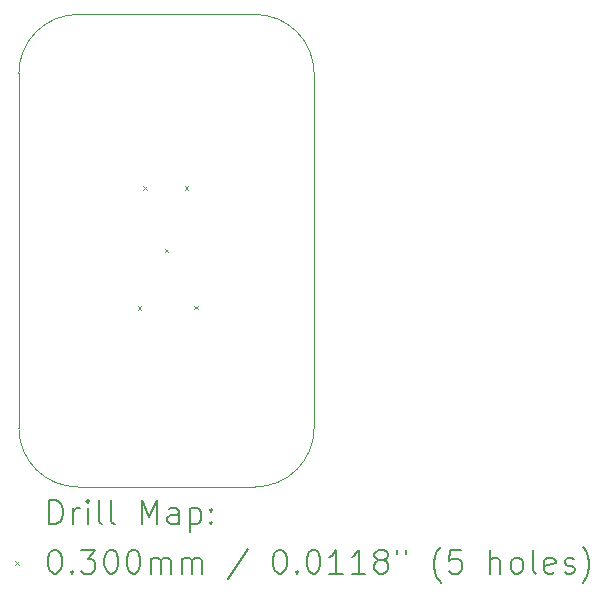
<source format=gbr>
%TF.GenerationSoftware,KiCad,Pcbnew,8.0.1*%
%TF.CreationDate,2024-10-16T00:11:02-06:00*%
%TF.ProjectId,electrode1,656c6563-7472-46f6-9465-312e6b696361,rev?*%
%TF.SameCoordinates,Original*%
%TF.FileFunction,Drillmap*%
%TF.FilePolarity,Positive*%
%FSLAX45Y45*%
G04 Gerber Fmt 4.5, Leading zero omitted, Abs format (unit mm)*
G04 Created by KiCad (PCBNEW 8.0.1) date 2024-10-16 00:11:02*
%MOMM*%
%LPD*%
G01*
G04 APERTURE LIST*
%ADD10C,0.050000*%
%ADD11C,0.200000*%
%ADD12C,0.100000*%
G04 APERTURE END LIST*
D10*
X14500000Y-8000000D02*
X14500000Y-11000000D01*
X15000000Y-11500000D02*
G75*
G02*
X14500000Y-11000000I0J500000D01*
G01*
X16500000Y-7500000D02*
G75*
G02*
X17000000Y-8000000I0J-500000D01*
G01*
X14500000Y-8000000D02*
G75*
G02*
X15000000Y-7500000I500000J0D01*
G01*
X17000000Y-11000000D02*
X17000000Y-8000000D01*
X16500000Y-7500000D02*
X15000000Y-7500000D01*
X15000000Y-11500000D02*
X16500000Y-11500000D01*
X17000000Y-11000000D02*
G75*
G02*
X16500000Y-11500000I-500000J0D01*
G01*
D11*
D12*
X15505000Y-9970000D02*
X15535000Y-10000000D01*
X15535000Y-9970000D02*
X15505000Y-10000000D01*
X15555000Y-8955000D02*
X15585000Y-8985000D01*
X15585000Y-8955000D02*
X15555000Y-8985000D01*
X15735000Y-9485000D02*
X15765000Y-9515000D01*
X15765000Y-9485000D02*
X15735000Y-9515000D01*
X15905000Y-8955000D02*
X15935000Y-8985000D01*
X15935000Y-8955000D02*
X15905000Y-8985000D01*
X15985000Y-9965000D02*
X16015000Y-9995000D01*
X16015000Y-9965000D02*
X15985000Y-9995000D01*
D11*
X14758277Y-11813984D02*
X14758277Y-11613984D01*
X14758277Y-11613984D02*
X14805896Y-11613984D01*
X14805896Y-11613984D02*
X14834467Y-11623508D01*
X14834467Y-11623508D02*
X14853515Y-11642555D01*
X14853515Y-11642555D02*
X14863039Y-11661603D01*
X14863039Y-11661603D02*
X14872562Y-11699698D01*
X14872562Y-11699698D02*
X14872562Y-11728269D01*
X14872562Y-11728269D02*
X14863039Y-11766365D01*
X14863039Y-11766365D02*
X14853515Y-11785412D01*
X14853515Y-11785412D02*
X14834467Y-11804460D01*
X14834467Y-11804460D02*
X14805896Y-11813984D01*
X14805896Y-11813984D02*
X14758277Y-11813984D01*
X14958277Y-11813984D02*
X14958277Y-11680650D01*
X14958277Y-11718746D02*
X14967801Y-11699698D01*
X14967801Y-11699698D02*
X14977324Y-11690174D01*
X14977324Y-11690174D02*
X14996372Y-11680650D01*
X14996372Y-11680650D02*
X15015420Y-11680650D01*
X15082086Y-11813984D02*
X15082086Y-11680650D01*
X15082086Y-11613984D02*
X15072562Y-11623508D01*
X15072562Y-11623508D02*
X15082086Y-11633031D01*
X15082086Y-11633031D02*
X15091610Y-11623508D01*
X15091610Y-11623508D02*
X15082086Y-11613984D01*
X15082086Y-11613984D02*
X15082086Y-11633031D01*
X15205896Y-11813984D02*
X15186848Y-11804460D01*
X15186848Y-11804460D02*
X15177324Y-11785412D01*
X15177324Y-11785412D02*
X15177324Y-11613984D01*
X15310658Y-11813984D02*
X15291610Y-11804460D01*
X15291610Y-11804460D02*
X15282086Y-11785412D01*
X15282086Y-11785412D02*
X15282086Y-11613984D01*
X15539229Y-11813984D02*
X15539229Y-11613984D01*
X15539229Y-11613984D02*
X15605896Y-11756841D01*
X15605896Y-11756841D02*
X15672562Y-11613984D01*
X15672562Y-11613984D02*
X15672562Y-11813984D01*
X15853515Y-11813984D02*
X15853515Y-11709222D01*
X15853515Y-11709222D02*
X15843991Y-11690174D01*
X15843991Y-11690174D02*
X15824943Y-11680650D01*
X15824943Y-11680650D02*
X15786848Y-11680650D01*
X15786848Y-11680650D02*
X15767801Y-11690174D01*
X15853515Y-11804460D02*
X15834467Y-11813984D01*
X15834467Y-11813984D02*
X15786848Y-11813984D01*
X15786848Y-11813984D02*
X15767801Y-11804460D01*
X15767801Y-11804460D02*
X15758277Y-11785412D01*
X15758277Y-11785412D02*
X15758277Y-11766365D01*
X15758277Y-11766365D02*
X15767801Y-11747317D01*
X15767801Y-11747317D02*
X15786848Y-11737793D01*
X15786848Y-11737793D02*
X15834467Y-11737793D01*
X15834467Y-11737793D02*
X15853515Y-11728269D01*
X15948753Y-11680650D02*
X15948753Y-11880650D01*
X15948753Y-11690174D02*
X15967801Y-11680650D01*
X15967801Y-11680650D02*
X16005896Y-11680650D01*
X16005896Y-11680650D02*
X16024943Y-11690174D01*
X16024943Y-11690174D02*
X16034467Y-11699698D01*
X16034467Y-11699698D02*
X16043991Y-11718746D01*
X16043991Y-11718746D02*
X16043991Y-11775888D01*
X16043991Y-11775888D02*
X16034467Y-11794936D01*
X16034467Y-11794936D02*
X16024943Y-11804460D01*
X16024943Y-11804460D02*
X16005896Y-11813984D01*
X16005896Y-11813984D02*
X15967801Y-11813984D01*
X15967801Y-11813984D02*
X15948753Y-11804460D01*
X16129705Y-11794936D02*
X16139229Y-11804460D01*
X16139229Y-11804460D02*
X16129705Y-11813984D01*
X16129705Y-11813984D02*
X16120182Y-11804460D01*
X16120182Y-11804460D02*
X16129705Y-11794936D01*
X16129705Y-11794936D02*
X16129705Y-11813984D01*
X16129705Y-11690174D02*
X16139229Y-11699698D01*
X16139229Y-11699698D02*
X16129705Y-11709222D01*
X16129705Y-11709222D02*
X16120182Y-11699698D01*
X16120182Y-11699698D02*
X16129705Y-11690174D01*
X16129705Y-11690174D02*
X16129705Y-11709222D01*
D12*
X14467500Y-12127500D02*
X14497500Y-12157500D01*
X14497500Y-12127500D02*
X14467500Y-12157500D01*
D11*
X14796372Y-12033984D02*
X14815420Y-12033984D01*
X14815420Y-12033984D02*
X14834467Y-12043508D01*
X14834467Y-12043508D02*
X14843991Y-12053031D01*
X14843991Y-12053031D02*
X14853515Y-12072079D01*
X14853515Y-12072079D02*
X14863039Y-12110174D01*
X14863039Y-12110174D02*
X14863039Y-12157793D01*
X14863039Y-12157793D02*
X14853515Y-12195888D01*
X14853515Y-12195888D02*
X14843991Y-12214936D01*
X14843991Y-12214936D02*
X14834467Y-12224460D01*
X14834467Y-12224460D02*
X14815420Y-12233984D01*
X14815420Y-12233984D02*
X14796372Y-12233984D01*
X14796372Y-12233984D02*
X14777324Y-12224460D01*
X14777324Y-12224460D02*
X14767801Y-12214936D01*
X14767801Y-12214936D02*
X14758277Y-12195888D01*
X14758277Y-12195888D02*
X14748753Y-12157793D01*
X14748753Y-12157793D02*
X14748753Y-12110174D01*
X14748753Y-12110174D02*
X14758277Y-12072079D01*
X14758277Y-12072079D02*
X14767801Y-12053031D01*
X14767801Y-12053031D02*
X14777324Y-12043508D01*
X14777324Y-12043508D02*
X14796372Y-12033984D01*
X14948753Y-12214936D02*
X14958277Y-12224460D01*
X14958277Y-12224460D02*
X14948753Y-12233984D01*
X14948753Y-12233984D02*
X14939229Y-12224460D01*
X14939229Y-12224460D02*
X14948753Y-12214936D01*
X14948753Y-12214936D02*
X14948753Y-12233984D01*
X15024943Y-12033984D02*
X15148753Y-12033984D01*
X15148753Y-12033984D02*
X15082086Y-12110174D01*
X15082086Y-12110174D02*
X15110658Y-12110174D01*
X15110658Y-12110174D02*
X15129705Y-12119698D01*
X15129705Y-12119698D02*
X15139229Y-12129222D01*
X15139229Y-12129222D02*
X15148753Y-12148269D01*
X15148753Y-12148269D02*
X15148753Y-12195888D01*
X15148753Y-12195888D02*
X15139229Y-12214936D01*
X15139229Y-12214936D02*
X15129705Y-12224460D01*
X15129705Y-12224460D02*
X15110658Y-12233984D01*
X15110658Y-12233984D02*
X15053515Y-12233984D01*
X15053515Y-12233984D02*
X15034467Y-12224460D01*
X15034467Y-12224460D02*
X15024943Y-12214936D01*
X15272562Y-12033984D02*
X15291610Y-12033984D01*
X15291610Y-12033984D02*
X15310658Y-12043508D01*
X15310658Y-12043508D02*
X15320182Y-12053031D01*
X15320182Y-12053031D02*
X15329705Y-12072079D01*
X15329705Y-12072079D02*
X15339229Y-12110174D01*
X15339229Y-12110174D02*
X15339229Y-12157793D01*
X15339229Y-12157793D02*
X15329705Y-12195888D01*
X15329705Y-12195888D02*
X15320182Y-12214936D01*
X15320182Y-12214936D02*
X15310658Y-12224460D01*
X15310658Y-12224460D02*
X15291610Y-12233984D01*
X15291610Y-12233984D02*
X15272562Y-12233984D01*
X15272562Y-12233984D02*
X15253515Y-12224460D01*
X15253515Y-12224460D02*
X15243991Y-12214936D01*
X15243991Y-12214936D02*
X15234467Y-12195888D01*
X15234467Y-12195888D02*
X15224943Y-12157793D01*
X15224943Y-12157793D02*
X15224943Y-12110174D01*
X15224943Y-12110174D02*
X15234467Y-12072079D01*
X15234467Y-12072079D02*
X15243991Y-12053031D01*
X15243991Y-12053031D02*
X15253515Y-12043508D01*
X15253515Y-12043508D02*
X15272562Y-12033984D01*
X15463039Y-12033984D02*
X15482086Y-12033984D01*
X15482086Y-12033984D02*
X15501134Y-12043508D01*
X15501134Y-12043508D02*
X15510658Y-12053031D01*
X15510658Y-12053031D02*
X15520182Y-12072079D01*
X15520182Y-12072079D02*
X15529705Y-12110174D01*
X15529705Y-12110174D02*
X15529705Y-12157793D01*
X15529705Y-12157793D02*
X15520182Y-12195888D01*
X15520182Y-12195888D02*
X15510658Y-12214936D01*
X15510658Y-12214936D02*
X15501134Y-12224460D01*
X15501134Y-12224460D02*
X15482086Y-12233984D01*
X15482086Y-12233984D02*
X15463039Y-12233984D01*
X15463039Y-12233984D02*
X15443991Y-12224460D01*
X15443991Y-12224460D02*
X15434467Y-12214936D01*
X15434467Y-12214936D02*
X15424943Y-12195888D01*
X15424943Y-12195888D02*
X15415420Y-12157793D01*
X15415420Y-12157793D02*
X15415420Y-12110174D01*
X15415420Y-12110174D02*
X15424943Y-12072079D01*
X15424943Y-12072079D02*
X15434467Y-12053031D01*
X15434467Y-12053031D02*
X15443991Y-12043508D01*
X15443991Y-12043508D02*
X15463039Y-12033984D01*
X15615420Y-12233984D02*
X15615420Y-12100650D01*
X15615420Y-12119698D02*
X15624943Y-12110174D01*
X15624943Y-12110174D02*
X15643991Y-12100650D01*
X15643991Y-12100650D02*
X15672563Y-12100650D01*
X15672563Y-12100650D02*
X15691610Y-12110174D01*
X15691610Y-12110174D02*
X15701134Y-12129222D01*
X15701134Y-12129222D02*
X15701134Y-12233984D01*
X15701134Y-12129222D02*
X15710658Y-12110174D01*
X15710658Y-12110174D02*
X15729705Y-12100650D01*
X15729705Y-12100650D02*
X15758277Y-12100650D01*
X15758277Y-12100650D02*
X15777324Y-12110174D01*
X15777324Y-12110174D02*
X15786848Y-12129222D01*
X15786848Y-12129222D02*
X15786848Y-12233984D01*
X15882086Y-12233984D02*
X15882086Y-12100650D01*
X15882086Y-12119698D02*
X15891610Y-12110174D01*
X15891610Y-12110174D02*
X15910658Y-12100650D01*
X15910658Y-12100650D02*
X15939229Y-12100650D01*
X15939229Y-12100650D02*
X15958277Y-12110174D01*
X15958277Y-12110174D02*
X15967801Y-12129222D01*
X15967801Y-12129222D02*
X15967801Y-12233984D01*
X15967801Y-12129222D02*
X15977324Y-12110174D01*
X15977324Y-12110174D02*
X15996372Y-12100650D01*
X15996372Y-12100650D02*
X16024943Y-12100650D01*
X16024943Y-12100650D02*
X16043991Y-12110174D01*
X16043991Y-12110174D02*
X16053515Y-12129222D01*
X16053515Y-12129222D02*
X16053515Y-12233984D01*
X16443991Y-12024460D02*
X16272563Y-12281603D01*
X16701134Y-12033984D02*
X16720182Y-12033984D01*
X16720182Y-12033984D02*
X16739229Y-12043508D01*
X16739229Y-12043508D02*
X16748753Y-12053031D01*
X16748753Y-12053031D02*
X16758277Y-12072079D01*
X16758277Y-12072079D02*
X16767801Y-12110174D01*
X16767801Y-12110174D02*
X16767801Y-12157793D01*
X16767801Y-12157793D02*
X16758277Y-12195888D01*
X16758277Y-12195888D02*
X16748753Y-12214936D01*
X16748753Y-12214936D02*
X16739229Y-12224460D01*
X16739229Y-12224460D02*
X16720182Y-12233984D01*
X16720182Y-12233984D02*
X16701134Y-12233984D01*
X16701134Y-12233984D02*
X16682086Y-12224460D01*
X16682086Y-12224460D02*
X16672563Y-12214936D01*
X16672563Y-12214936D02*
X16663039Y-12195888D01*
X16663039Y-12195888D02*
X16653515Y-12157793D01*
X16653515Y-12157793D02*
X16653515Y-12110174D01*
X16653515Y-12110174D02*
X16663039Y-12072079D01*
X16663039Y-12072079D02*
X16672563Y-12053031D01*
X16672563Y-12053031D02*
X16682086Y-12043508D01*
X16682086Y-12043508D02*
X16701134Y-12033984D01*
X16853515Y-12214936D02*
X16863039Y-12224460D01*
X16863039Y-12224460D02*
X16853515Y-12233984D01*
X16853515Y-12233984D02*
X16843991Y-12224460D01*
X16843991Y-12224460D02*
X16853515Y-12214936D01*
X16853515Y-12214936D02*
X16853515Y-12233984D01*
X16986848Y-12033984D02*
X17005896Y-12033984D01*
X17005896Y-12033984D02*
X17024944Y-12043508D01*
X17024944Y-12043508D02*
X17034468Y-12053031D01*
X17034468Y-12053031D02*
X17043991Y-12072079D01*
X17043991Y-12072079D02*
X17053515Y-12110174D01*
X17053515Y-12110174D02*
X17053515Y-12157793D01*
X17053515Y-12157793D02*
X17043991Y-12195888D01*
X17043991Y-12195888D02*
X17034468Y-12214936D01*
X17034468Y-12214936D02*
X17024944Y-12224460D01*
X17024944Y-12224460D02*
X17005896Y-12233984D01*
X17005896Y-12233984D02*
X16986848Y-12233984D01*
X16986848Y-12233984D02*
X16967801Y-12224460D01*
X16967801Y-12224460D02*
X16958277Y-12214936D01*
X16958277Y-12214936D02*
X16948753Y-12195888D01*
X16948753Y-12195888D02*
X16939229Y-12157793D01*
X16939229Y-12157793D02*
X16939229Y-12110174D01*
X16939229Y-12110174D02*
X16948753Y-12072079D01*
X16948753Y-12072079D02*
X16958277Y-12053031D01*
X16958277Y-12053031D02*
X16967801Y-12043508D01*
X16967801Y-12043508D02*
X16986848Y-12033984D01*
X17243991Y-12233984D02*
X17129706Y-12233984D01*
X17186848Y-12233984D02*
X17186848Y-12033984D01*
X17186848Y-12033984D02*
X17167801Y-12062555D01*
X17167801Y-12062555D02*
X17148753Y-12081603D01*
X17148753Y-12081603D02*
X17129706Y-12091127D01*
X17434468Y-12233984D02*
X17320182Y-12233984D01*
X17377325Y-12233984D02*
X17377325Y-12033984D01*
X17377325Y-12033984D02*
X17358277Y-12062555D01*
X17358277Y-12062555D02*
X17339229Y-12081603D01*
X17339229Y-12081603D02*
X17320182Y-12091127D01*
X17548753Y-12119698D02*
X17529706Y-12110174D01*
X17529706Y-12110174D02*
X17520182Y-12100650D01*
X17520182Y-12100650D02*
X17510658Y-12081603D01*
X17510658Y-12081603D02*
X17510658Y-12072079D01*
X17510658Y-12072079D02*
X17520182Y-12053031D01*
X17520182Y-12053031D02*
X17529706Y-12043508D01*
X17529706Y-12043508D02*
X17548753Y-12033984D01*
X17548753Y-12033984D02*
X17586849Y-12033984D01*
X17586849Y-12033984D02*
X17605896Y-12043508D01*
X17605896Y-12043508D02*
X17615420Y-12053031D01*
X17615420Y-12053031D02*
X17624944Y-12072079D01*
X17624944Y-12072079D02*
X17624944Y-12081603D01*
X17624944Y-12081603D02*
X17615420Y-12100650D01*
X17615420Y-12100650D02*
X17605896Y-12110174D01*
X17605896Y-12110174D02*
X17586849Y-12119698D01*
X17586849Y-12119698D02*
X17548753Y-12119698D01*
X17548753Y-12119698D02*
X17529706Y-12129222D01*
X17529706Y-12129222D02*
X17520182Y-12138746D01*
X17520182Y-12138746D02*
X17510658Y-12157793D01*
X17510658Y-12157793D02*
X17510658Y-12195888D01*
X17510658Y-12195888D02*
X17520182Y-12214936D01*
X17520182Y-12214936D02*
X17529706Y-12224460D01*
X17529706Y-12224460D02*
X17548753Y-12233984D01*
X17548753Y-12233984D02*
X17586849Y-12233984D01*
X17586849Y-12233984D02*
X17605896Y-12224460D01*
X17605896Y-12224460D02*
X17615420Y-12214936D01*
X17615420Y-12214936D02*
X17624944Y-12195888D01*
X17624944Y-12195888D02*
X17624944Y-12157793D01*
X17624944Y-12157793D02*
X17615420Y-12138746D01*
X17615420Y-12138746D02*
X17605896Y-12129222D01*
X17605896Y-12129222D02*
X17586849Y-12119698D01*
X17701134Y-12033984D02*
X17701134Y-12072079D01*
X17777325Y-12033984D02*
X17777325Y-12072079D01*
X18072563Y-12310174D02*
X18063039Y-12300650D01*
X18063039Y-12300650D02*
X18043991Y-12272079D01*
X18043991Y-12272079D02*
X18034468Y-12253031D01*
X18034468Y-12253031D02*
X18024944Y-12224460D01*
X18024944Y-12224460D02*
X18015420Y-12176841D01*
X18015420Y-12176841D02*
X18015420Y-12138746D01*
X18015420Y-12138746D02*
X18024944Y-12091127D01*
X18024944Y-12091127D02*
X18034468Y-12062555D01*
X18034468Y-12062555D02*
X18043991Y-12043508D01*
X18043991Y-12043508D02*
X18063039Y-12014936D01*
X18063039Y-12014936D02*
X18072563Y-12005412D01*
X18243991Y-12033984D02*
X18148753Y-12033984D01*
X18148753Y-12033984D02*
X18139230Y-12129222D01*
X18139230Y-12129222D02*
X18148753Y-12119698D01*
X18148753Y-12119698D02*
X18167801Y-12110174D01*
X18167801Y-12110174D02*
X18215420Y-12110174D01*
X18215420Y-12110174D02*
X18234468Y-12119698D01*
X18234468Y-12119698D02*
X18243991Y-12129222D01*
X18243991Y-12129222D02*
X18253515Y-12148269D01*
X18253515Y-12148269D02*
X18253515Y-12195888D01*
X18253515Y-12195888D02*
X18243991Y-12214936D01*
X18243991Y-12214936D02*
X18234468Y-12224460D01*
X18234468Y-12224460D02*
X18215420Y-12233984D01*
X18215420Y-12233984D02*
X18167801Y-12233984D01*
X18167801Y-12233984D02*
X18148753Y-12224460D01*
X18148753Y-12224460D02*
X18139230Y-12214936D01*
X18491611Y-12233984D02*
X18491611Y-12033984D01*
X18577325Y-12233984D02*
X18577325Y-12129222D01*
X18577325Y-12129222D02*
X18567801Y-12110174D01*
X18567801Y-12110174D02*
X18548753Y-12100650D01*
X18548753Y-12100650D02*
X18520182Y-12100650D01*
X18520182Y-12100650D02*
X18501134Y-12110174D01*
X18501134Y-12110174D02*
X18491611Y-12119698D01*
X18701134Y-12233984D02*
X18682087Y-12224460D01*
X18682087Y-12224460D02*
X18672563Y-12214936D01*
X18672563Y-12214936D02*
X18663039Y-12195888D01*
X18663039Y-12195888D02*
X18663039Y-12138746D01*
X18663039Y-12138746D02*
X18672563Y-12119698D01*
X18672563Y-12119698D02*
X18682087Y-12110174D01*
X18682087Y-12110174D02*
X18701134Y-12100650D01*
X18701134Y-12100650D02*
X18729706Y-12100650D01*
X18729706Y-12100650D02*
X18748753Y-12110174D01*
X18748753Y-12110174D02*
X18758277Y-12119698D01*
X18758277Y-12119698D02*
X18767801Y-12138746D01*
X18767801Y-12138746D02*
X18767801Y-12195888D01*
X18767801Y-12195888D02*
X18758277Y-12214936D01*
X18758277Y-12214936D02*
X18748753Y-12224460D01*
X18748753Y-12224460D02*
X18729706Y-12233984D01*
X18729706Y-12233984D02*
X18701134Y-12233984D01*
X18882087Y-12233984D02*
X18863039Y-12224460D01*
X18863039Y-12224460D02*
X18853515Y-12205412D01*
X18853515Y-12205412D02*
X18853515Y-12033984D01*
X19034468Y-12224460D02*
X19015420Y-12233984D01*
X19015420Y-12233984D02*
X18977325Y-12233984D01*
X18977325Y-12233984D02*
X18958277Y-12224460D01*
X18958277Y-12224460D02*
X18948753Y-12205412D01*
X18948753Y-12205412D02*
X18948753Y-12129222D01*
X18948753Y-12129222D02*
X18958277Y-12110174D01*
X18958277Y-12110174D02*
X18977325Y-12100650D01*
X18977325Y-12100650D02*
X19015420Y-12100650D01*
X19015420Y-12100650D02*
X19034468Y-12110174D01*
X19034468Y-12110174D02*
X19043992Y-12129222D01*
X19043992Y-12129222D02*
X19043992Y-12148269D01*
X19043992Y-12148269D02*
X18948753Y-12167317D01*
X19120182Y-12224460D02*
X19139230Y-12233984D01*
X19139230Y-12233984D02*
X19177325Y-12233984D01*
X19177325Y-12233984D02*
X19196373Y-12224460D01*
X19196373Y-12224460D02*
X19205896Y-12205412D01*
X19205896Y-12205412D02*
X19205896Y-12195888D01*
X19205896Y-12195888D02*
X19196373Y-12176841D01*
X19196373Y-12176841D02*
X19177325Y-12167317D01*
X19177325Y-12167317D02*
X19148753Y-12167317D01*
X19148753Y-12167317D02*
X19129706Y-12157793D01*
X19129706Y-12157793D02*
X19120182Y-12138746D01*
X19120182Y-12138746D02*
X19120182Y-12129222D01*
X19120182Y-12129222D02*
X19129706Y-12110174D01*
X19129706Y-12110174D02*
X19148753Y-12100650D01*
X19148753Y-12100650D02*
X19177325Y-12100650D01*
X19177325Y-12100650D02*
X19196373Y-12110174D01*
X19272563Y-12310174D02*
X19282087Y-12300650D01*
X19282087Y-12300650D02*
X19301134Y-12272079D01*
X19301134Y-12272079D02*
X19310658Y-12253031D01*
X19310658Y-12253031D02*
X19320182Y-12224460D01*
X19320182Y-12224460D02*
X19329706Y-12176841D01*
X19329706Y-12176841D02*
X19329706Y-12138746D01*
X19329706Y-12138746D02*
X19320182Y-12091127D01*
X19320182Y-12091127D02*
X19310658Y-12062555D01*
X19310658Y-12062555D02*
X19301134Y-12043508D01*
X19301134Y-12043508D02*
X19282087Y-12014936D01*
X19282087Y-12014936D02*
X19272563Y-12005412D01*
M02*

</source>
